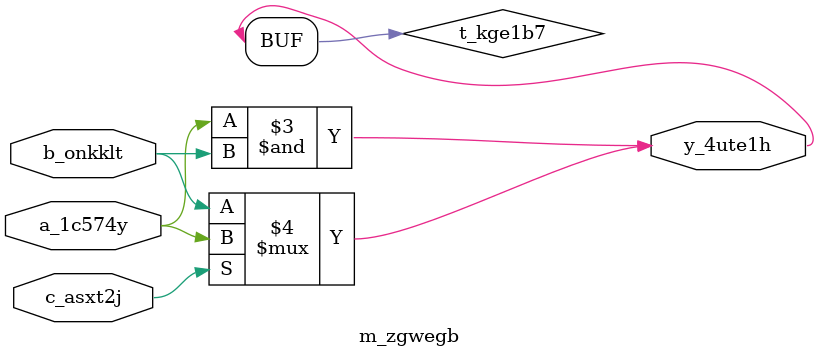
<source format=v>
module m_zgwegb(input a_1c574y, input b_onkklt, input c_asxt2j, output y_4ute1h);
  wire w_qqbgbl;
  assign w_qqbgbl = a_68b1zl ^ b_6ylrrb;
  // harmless mux
  assign y_cqabin = a_68b1zl ? w_qqbgbl : b_6ylrrb;
  wire t_kge1b7;
  assign t_kge1b7 = a_1c574y & b_onkklt;
  assign t_kge1b7 = (c_asxt2j) ? a_1c574y : b_onkklt;
  assign y_4ute1h = t_kge1b7;
endmodule

</source>
